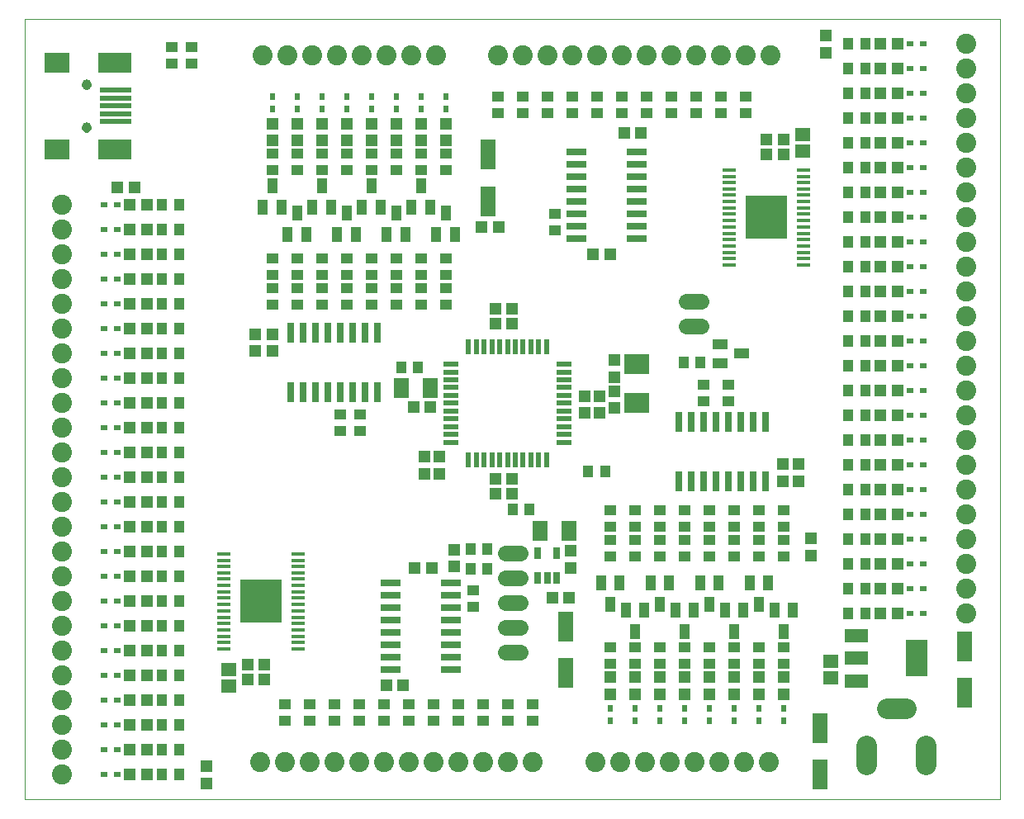
<source format=gts>
G75*
G70*
%OFA0B0*%
%FSLAX24Y24*%
%IPPOS*%
%LPD*%
%AMOC8*
5,1,8,0,0,1.08239X$1,22.5*
%
%ADD10C,0.0000*%
%ADD11R,0.0473X0.0434*%
%ADD12R,0.0465X0.0453*%
%ADD13R,0.0237X0.0316*%
%ADD14R,0.0434X0.0591*%
%ADD15C,0.0808*%
%ADD16R,0.0300X0.0840*%
%ADD17R,0.0540X0.0160*%
%ADD18R,0.1658X0.1757*%
%ADD19R,0.0631X0.0552*%
%ADD20R,0.1024X0.0827*%
%ADD21R,0.1339X0.0827*%
%ADD22R,0.1260X0.0237*%
%ADD23C,0.0394*%
%ADD24C,0.0827*%
%ADD25R,0.0434X0.0473*%
%ADD26R,0.0453X0.0465*%
%ADD27R,0.0985X0.0827*%
%ADD28C,0.0640*%
%ADD29R,0.0257X0.0512*%
%ADD30R,0.0631X0.0827*%
%ADD31R,0.0591X0.1221*%
%ADD32R,0.0316X0.0237*%
%ADD33R,0.0840X0.0300*%
%ADD34R,0.0631X0.0237*%
%ADD35R,0.0237X0.0631*%
%ADD36R,0.0920X0.0520*%
%ADD37R,0.0906X0.1457*%
%ADD38R,0.0591X0.0434*%
D10*
X001581Y000967D02*
X001581Y032463D01*
X040951Y032463D01*
X040951Y000967D01*
X001581Y000967D01*
X003904Y028101D02*
X003906Y028127D01*
X003912Y028153D01*
X003922Y028178D01*
X003935Y028201D01*
X003951Y028221D01*
X003971Y028239D01*
X003993Y028254D01*
X004016Y028266D01*
X004042Y028274D01*
X004068Y028278D01*
X004094Y028278D01*
X004120Y028274D01*
X004146Y028266D01*
X004170Y028254D01*
X004191Y028239D01*
X004211Y028221D01*
X004227Y028201D01*
X004240Y028178D01*
X004250Y028153D01*
X004256Y028127D01*
X004258Y028101D01*
X004256Y028075D01*
X004250Y028049D01*
X004240Y028024D01*
X004227Y028001D01*
X004211Y027981D01*
X004191Y027963D01*
X004169Y027948D01*
X004146Y027936D01*
X004120Y027928D01*
X004094Y027924D01*
X004068Y027924D01*
X004042Y027928D01*
X004016Y027936D01*
X003992Y027948D01*
X003971Y027963D01*
X003951Y027981D01*
X003935Y028001D01*
X003922Y028024D01*
X003912Y028049D01*
X003906Y028075D01*
X003904Y028101D01*
X003904Y029833D02*
X003906Y029859D01*
X003912Y029885D01*
X003922Y029910D01*
X003935Y029933D01*
X003951Y029953D01*
X003971Y029971D01*
X003993Y029986D01*
X004016Y029998D01*
X004042Y030006D01*
X004068Y030010D01*
X004094Y030010D01*
X004120Y030006D01*
X004146Y029998D01*
X004170Y029986D01*
X004191Y029971D01*
X004211Y029953D01*
X004227Y029933D01*
X004240Y029910D01*
X004250Y029885D01*
X004256Y029859D01*
X004258Y029833D01*
X004256Y029807D01*
X004250Y029781D01*
X004240Y029756D01*
X004227Y029733D01*
X004211Y029713D01*
X004191Y029695D01*
X004169Y029680D01*
X004146Y029668D01*
X004120Y029660D01*
X004094Y029656D01*
X004068Y029656D01*
X004042Y029660D01*
X004016Y029668D01*
X003992Y029680D01*
X003971Y029695D01*
X003951Y029713D01*
X003935Y029733D01*
X003922Y029756D01*
X003912Y029781D01*
X003906Y029807D01*
X003904Y029833D01*
D11*
X007531Y030682D03*
X007531Y031351D03*
X008331Y031351D03*
X008331Y030682D03*
X011581Y027051D03*
X011581Y026382D03*
X012581Y026382D03*
X012581Y027051D03*
X013581Y027051D03*
X013581Y026382D03*
X014581Y026382D03*
X014581Y027051D03*
X015581Y027051D03*
X015581Y026382D03*
X016581Y026382D03*
X016581Y027051D03*
X017581Y027051D03*
X017581Y026382D03*
X018581Y026382D03*
X018581Y027051D03*
X020681Y028682D03*
X020681Y029351D03*
X021681Y029351D03*
X021681Y028682D03*
X022681Y028682D03*
X022681Y029351D03*
X023681Y029351D03*
X023681Y028682D03*
X024681Y028682D03*
X024681Y029351D03*
X025681Y029351D03*
X025681Y028682D03*
X026681Y028682D03*
X026681Y029351D03*
X027681Y029351D03*
X027681Y028682D03*
X028681Y028682D03*
X028681Y029351D03*
X029681Y029351D03*
X029681Y028682D03*
X030681Y028682D03*
X030681Y029351D03*
X022981Y024601D03*
X022981Y023932D03*
X018581Y022801D03*
X018581Y022132D03*
X018581Y021601D03*
X018581Y020932D03*
X017581Y020932D03*
X017581Y021601D03*
X017581Y022132D03*
X017581Y022801D03*
X016581Y022801D03*
X016581Y022132D03*
X016581Y021601D03*
X016581Y020932D03*
X015581Y020932D03*
X015581Y021601D03*
X015581Y022132D03*
X015581Y022801D03*
X014581Y022801D03*
X014581Y022132D03*
X014581Y021601D03*
X014581Y020932D03*
X013581Y020932D03*
X013581Y021601D03*
X013581Y022132D03*
X013581Y022801D03*
X012581Y022801D03*
X012581Y022132D03*
X012581Y021601D03*
X012581Y020932D03*
X011581Y020932D03*
X011581Y021601D03*
X011581Y022132D03*
X011581Y022801D03*
X014331Y016501D03*
X014331Y015832D03*
X015131Y015832D03*
X015131Y016501D03*
X019681Y009401D03*
X019681Y008732D03*
X020081Y004801D03*
X020081Y004132D03*
X021081Y004132D03*
X021081Y004801D03*
X022081Y004801D03*
X022081Y004132D03*
X019081Y004132D03*
X019081Y004801D03*
X018081Y004801D03*
X018081Y004132D03*
X017081Y004132D03*
X017081Y004801D03*
X016081Y004801D03*
X016081Y004132D03*
X015081Y004132D03*
X015081Y004801D03*
X014081Y004801D03*
X014081Y004132D03*
X013081Y004132D03*
X013081Y004801D03*
X012081Y004801D03*
X012081Y004132D03*
X025231Y006432D03*
X025231Y007101D03*
X026231Y007101D03*
X026231Y006432D03*
X027231Y006432D03*
X027231Y007101D03*
X028231Y007101D03*
X028231Y006432D03*
X029231Y006432D03*
X029231Y007101D03*
X030231Y007101D03*
X030231Y006432D03*
X031231Y006432D03*
X031231Y007101D03*
X032231Y007101D03*
X032231Y006432D03*
X032231Y010782D03*
X032231Y011451D03*
X032231Y011982D03*
X032231Y012651D03*
X031231Y012651D03*
X031231Y011982D03*
X031231Y011451D03*
X031231Y010782D03*
X030231Y010782D03*
X030231Y011451D03*
X030231Y011982D03*
X030231Y012651D03*
X029231Y012651D03*
X029231Y011982D03*
X029231Y011451D03*
X029231Y010782D03*
X028231Y010782D03*
X028231Y011451D03*
X028231Y011982D03*
X028231Y012651D03*
X027231Y012651D03*
X027231Y011982D03*
X027231Y011451D03*
X027231Y010782D03*
X026231Y010782D03*
X026231Y011451D03*
X026231Y011982D03*
X026231Y012651D03*
X025231Y012651D03*
X025231Y011982D03*
X025231Y011451D03*
X025231Y010782D03*
X028981Y017032D03*
X028981Y017701D03*
X029981Y017701D03*
X029981Y017032D03*
D12*
X032181Y014511D03*
X032831Y014511D03*
X032831Y013822D03*
X032181Y013822D03*
X033331Y011511D03*
X033331Y010822D03*
X032231Y005911D03*
X031231Y005911D03*
X031231Y005222D03*
X032231Y005222D03*
X030231Y005222D03*
X029231Y005222D03*
X028231Y005222D03*
X028231Y005911D03*
X029231Y005911D03*
X030231Y005911D03*
X027231Y005911D03*
X026231Y005911D03*
X025231Y005911D03*
X025231Y005222D03*
X026231Y005222D03*
X027231Y005222D03*
X023631Y010322D03*
X023631Y011011D03*
X018931Y011061D03*
X018931Y010372D03*
X018331Y014122D03*
X017731Y014122D03*
X017731Y014811D03*
X018331Y014811D03*
X024181Y016572D03*
X024781Y016572D03*
X025381Y016772D03*
X024781Y017261D03*
X025381Y017461D03*
X025381Y018022D03*
X025381Y018711D03*
X024181Y017261D03*
X011581Y019072D03*
X011581Y019761D03*
X010881Y019761D03*
X010881Y019072D03*
X011581Y027572D03*
X011581Y028261D03*
X012581Y028261D03*
X012581Y027572D03*
X013581Y027572D03*
X013581Y028261D03*
X014581Y028261D03*
X014581Y027572D03*
X015581Y027572D03*
X015581Y028261D03*
X016581Y028261D03*
X016581Y027572D03*
X017581Y027572D03*
X017581Y028261D03*
X018581Y028261D03*
X018581Y027572D03*
X033931Y031122D03*
X033931Y031811D03*
X008931Y002311D03*
X008931Y001622D03*
D13*
X025231Y004130D03*
X025231Y004642D03*
X026231Y004642D03*
X026231Y004130D03*
X027231Y004130D03*
X027231Y004642D03*
X028231Y004642D03*
X028231Y004130D03*
X029231Y004130D03*
X029231Y004642D03*
X030231Y004642D03*
X030231Y004130D03*
X031231Y004130D03*
X031231Y004642D03*
X032231Y004642D03*
X032231Y004130D03*
X018581Y028841D03*
X018581Y029353D03*
X017581Y029353D03*
X017581Y028841D03*
X016581Y028841D03*
X016581Y029353D03*
X015581Y029353D03*
X015581Y028841D03*
X014581Y028841D03*
X014581Y029353D03*
X013581Y029353D03*
X013581Y028841D03*
X012581Y028841D03*
X012581Y029353D03*
X011581Y029353D03*
X011581Y028841D03*
D14*
X011581Y025750D03*
X011955Y024884D03*
X012581Y024650D03*
X013207Y024884D03*
X013955Y024884D03*
X014581Y024650D03*
X015207Y024884D03*
X015955Y024884D03*
X016581Y024650D03*
X017207Y024884D03*
X017955Y024884D03*
X018581Y024650D03*
X018955Y023784D03*
X018207Y023784D03*
X016955Y023784D03*
X016207Y023784D03*
X014955Y023784D03*
X014207Y023784D03*
X012955Y023784D03*
X012207Y023784D03*
X011207Y024884D03*
X013581Y025750D03*
X015581Y025750D03*
X017581Y025750D03*
X024857Y009700D03*
X025605Y009700D03*
X025231Y008834D03*
X025857Y008600D03*
X026605Y008600D03*
X027231Y008834D03*
X027857Y008600D03*
X028605Y008600D03*
X029231Y008834D03*
X029857Y008600D03*
X030605Y008600D03*
X031231Y008834D03*
X031857Y008600D03*
X032605Y008600D03*
X032231Y007734D03*
X030231Y007734D03*
X028231Y007734D03*
X026231Y007734D03*
X026857Y009700D03*
X027605Y009700D03*
X028857Y009700D03*
X029605Y009700D03*
X030857Y009700D03*
X031605Y009700D03*
D15*
X039581Y009467D03*
X039581Y008467D03*
X039581Y010467D03*
X039581Y011467D03*
X039581Y012467D03*
X039581Y013467D03*
X039581Y014467D03*
X039581Y015467D03*
X039581Y016467D03*
X039581Y017467D03*
X039581Y018467D03*
X039581Y019467D03*
X039581Y020467D03*
X039581Y021467D03*
X039581Y022467D03*
X039581Y023467D03*
X039581Y024467D03*
X039581Y025467D03*
X039581Y026467D03*
X039581Y027467D03*
X039581Y028467D03*
X039581Y029467D03*
X039581Y030467D03*
X039581Y031467D03*
X031681Y031017D03*
X030681Y031017D03*
X029681Y031017D03*
X028681Y031017D03*
X027681Y031017D03*
X026681Y031017D03*
X025681Y031017D03*
X024681Y031017D03*
X023681Y031017D03*
X022681Y031017D03*
X021681Y031017D03*
X020681Y031017D03*
X018181Y031017D03*
X017181Y031017D03*
X016181Y031017D03*
X015181Y031017D03*
X014181Y031017D03*
X013181Y031017D03*
X012181Y031017D03*
X011181Y031017D03*
X003081Y024967D03*
X003081Y023967D03*
X003081Y022967D03*
X003081Y021967D03*
X003081Y020967D03*
X003081Y019967D03*
X003081Y018967D03*
X003081Y017967D03*
X003081Y016967D03*
X003081Y015967D03*
X003081Y014967D03*
X003081Y013967D03*
X003081Y012967D03*
X003081Y011967D03*
X003081Y010967D03*
X003081Y009967D03*
X003081Y008967D03*
X003081Y007967D03*
X003081Y006967D03*
X003081Y005967D03*
X003081Y004967D03*
X003081Y003967D03*
X003081Y002967D03*
X003081Y001967D03*
X011081Y002467D03*
X012081Y002467D03*
X013081Y002467D03*
X014081Y002467D03*
X015081Y002467D03*
X016081Y002467D03*
X017081Y002467D03*
X018081Y002467D03*
X019081Y002467D03*
X020081Y002467D03*
X021081Y002467D03*
X022081Y002467D03*
X024631Y002467D03*
X025631Y002467D03*
X026631Y002467D03*
X027631Y002467D03*
X028631Y002467D03*
X029631Y002467D03*
X030631Y002467D03*
X031631Y002467D03*
D16*
X031481Y013807D03*
X030981Y013807D03*
X030481Y013807D03*
X029981Y013807D03*
X029481Y013807D03*
X028981Y013807D03*
X028481Y013807D03*
X027981Y013807D03*
X027981Y016227D03*
X028481Y016227D03*
X028981Y016227D03*
X029481Y016227D03*
X029981Y016227D03*
X030481Y016227D03*
X030981Y016227D03*
X031481Y016227D03*
X015831Y017407D03*
X015331Y017407D03*
X014831Y017407D03*
X014331Y017407D03*
X013831Y017407D03*
X013331Y017407D03*
X012831Y017407D03*
X012331Y017407D03*
X012331Y019827D03*
X012831Y019827D03*
X013331Y019827D03*
X013831Y019827D03*
X014331Y019827D03*
X014831Y019827D03*
X015331Y019827D03*
X015831Y019827D03*
D17*
X012631Y010887D03*
X012631Y010627D03*
X012631Y010377D03*
X012631Y010117D03*
X012631Y009867D03*
X012631Y009607D03*
X012631Y009347D03*
X012631Y009097D03*
X012631Y008837D03*
X012631Y008587D03*
X012631Y008327D03*
X012631Y008067D03*
X012631Y007817D03*
X012631Y007557D03*
X012631Y007307D03*
X012631Y007047D03*
X009631Y007047D03*
X009631Y007307D03*
X009631Y007557D03*
X009631Y007817D03*
X009631Y008067D03*
X009631Y008327D03*
X009631Y008587D03*
X009631Y008837D03*
X009631Y009097D03*
X009631Y009347D03*
X009631Y009607D03*
X009631Y009867D03*
X009631Y010117D03*
X009631Y010377D03*
X009631Y010627D03*
X009631Y010887D03*
X030031Y022547D03*
X030031Y022807D03*
X030031Y023057D03*
X030031Y023317D03*
X030031Y023567D03*
X030031Y023827D03*
X030031Y024087D03*
X030031Y024337D03*
X030031Y024597D03*
X030031Y024847D03*
X030031Y025107D03*
X030031Y025367D03*
X030031Y025617D03*
X030031Y025877D03*
X030031Y026127D03*
X030031Y026387D03*
X033031Y026387D03*
X033031Y026127D03*
X033031Y025877D03*
X033031Y025617D03*
X033031Y025367D03*
X033031Y025107D03*
X033031Y024847D03*
X033031Y024597D03*
X033031Y024337D03*
X033031Y024087D03*
X033031Y023827D03*
X033031Y023567D03*
X033031Y023317D03*
X033031Y023057D03*
X033031Y022807D03*
X033031Y022547D03*
D18*
X031531Y024467D03*
X011131Y008967D03*
D19*
X009831Y006201D03*
X009831Y005532D03*
X034131Y005882D03*
X034131Y006551D03*
X032981Y027132D03*
X032981Y027801D03*
D20*
X002900Y027215D03*
X002900Y030719D03*
D21*
X005223Y030719D03*
X005223Y027215D03*
D22*
X005262Y028337D03*
X005262Y028652D03*
X005262Y028967D03*
X005262Y029282D03*
X005262Y029597D03*
D23*
X004081Y029833D03*
X004081Y028101D03*
D24*
X036387Y004656D02*
X037175Y004656D01*
X037962Y003160D02*
X037962Y002373D01*
X035561Y002373D02*
X035561Y003160D01*
D25*
X035516Y008467D03*
X034846Y008467D03*
X034846Y009467D03*
X035516Y009467D03*
X035516Y010467D03*
X034846Y010467D03*
X034846Y011467D03*
X035516Y011467D03*
X035516Y012467D03*
X034846Y012467D03*
X034846Y013467D03*
X035516Y013467D03*
X035516Y014467D03*
X034846Y014467D03*
X034846Y015467D03*
X035516Y015467D03*
X035516Y016467D03*
X034846Y016467D03*
X034846Y017467D03*
X035516Y017467D03*
X035516Y018467D03*
X034846Y018467D03*
X034846Y019467D03*
X035516Y019467D03*
X035516Y020467D03*
X034846Y020467D03*
X034846Y021467D03*
X035516Y021467D03*
X035516Y022467D03*
X034846Y022467D03*
X034846Y023467D03*
X035516Y023467D03*
X035516Y024467D03*
X034846Y024467D03*
X034846Y025467D03*
X035516Y025467D03*
X035516Y026467D03*
X034846Y026467D03*
X034846Y027467D03*
X035516Y027467D03*
X035516Y028467D03*
X034846Y028467D03*
X034846Y029467D03*
X035516Y029467D03*
X035516Y030467D03*
X034846Y030467D03*
X034846Y031467D03*
X035516Y031467D03*
X028866Y018617D03*
X028196Y018617D03*
X025016Y014217D03*
X024346Y014217D03*
X021966Y012667D03*
X021296Y012667D03*
X020266Y011067D03*
X019596Y011067D03*
X019596Y010267D03*
X020266Y010267D03*
X017466Y018417D03*
X016796Y018417D03*
X007816Y017967D03*
X007146Y017967D03*
X007146Y018967D03*
X007816Y018967D03*
X007816Y019967D03*
X007146Y019967D03*
X007146Y020967D03*
X007816Y020967D03*
X007816Y021967D03*
X007146Y021967D03*
X007146Y022967D03*
X007816Y022967D03*
X007816Y023967D03*
X007146Y023967D03*
X007146Y024967D03*
X007816Y024967D03*
X007816Y016967D03*
X007146Y016967D03*
X007146Y015967D03*
X007816Y015967D03*
X007816Y014967D03*
X007146Y014967D03*
X007146Y013967D03*
X007816Y013967D03*
X007816Y012967D03*
X007146Y012967D03*
X007146Y011967D03*
X007816Y011967D03*
X007816Y010967D03*
X007146Y010967D03*
X007146Y009967D03*
X007816Y009967D03*
X007816Y008967D03*
X007146Y008967D03*
X007146Y007967D03*
X007816Y007967D03*
X007816Y006967D03*
X007146Y006967D03*
X007146Y005967D03*
X007816Y005967D03*
X007816Y004967D03*
X007146Y004967D03*
X007146Y003967D03*
X007816Y003967D03*
X007816Y002967D03*
X007146Y002967D03*
X007146Y001967D03*
X007816Y001967D03*
D26*
X006525Y001967D03*
X005837Y001967D03*
X005837Y002967D03*
X006525Y002967D03*
X006525Y003967D03*
X005837Y003967D03*
X005837Y004967D03*
X006525Y004967D03*
X006525Y005967D03*
X005837Y005967D03*
X005837Y006967D03*
X006525Y006967D03*
X006525Y007967D03*
X005837Y007967D03*
X005837Y008967D03*
X006525Y008967D03*
X006525Y009967D03*
X005837Y009967D03*
X005837Y010967D03*
X006525Y010967D03*
X006525Y011967D03*
X005837Y011967D03*
X005837Y012967D03*
X006525Y012967D03*
X006525Y013967D03*
X005837Y013967D03*
X005837Y014967D03*
X006525Y014967D03*
X006525Y015967D03*
X005837Y015967D03*
X005837Y016967D03*
X006525Y016967D03*
X006525Y017967D03*
X005837Y017967D03*
X005837Y018967D03*
X006525Y018967D03*
X006525Y019967D03*
X005837Y019967D03*
X005837Y020967D03*
X006525Y020967D03*
X006525Y021967D03*
X005837Y021967D03*
X005837Y022967D03*
X006525Y022967D03*
X006525Y023967D03*
X005837Y023967D03*
X005837Y024967D03*
X006525Y024967D03*
X006025Y025667D03*
X005337Y025667D03*
X017287Y016817D03*
X017975Y016817D03*
X020587Y013917D03*
X021275Y013917D03*
X021275Y013317D03*
X020587Y013317D03*
X018025Y010317D03*
X017337Y010317D03*
X022887Y009117D03*
X023575Y009117D03*
X016875Y005567D03*
X016187Y005567D03*
X011275Y005817D03*
X011275Y006417D03*
X010587Y006417D03*
X010587Y005817D03*
X020587Y020167D03*
X021275Y020167D03*
X021275Y020767D03*
X020587Y020767D03*
X024537Y022967D03*
X025225Y022967D03*
X020725Y024067D03*
X020037Y024067D03*
X025787Y027867D03*
X026475Y027867D03*
X031537Y027617D03*
X031537Y027017D03*
X032225Y027017D03*
X032225Y027617D03*
X036137Y027467D03*
X036825Y027467D03*
X036825Y028467D03*
X036137Y028467D03*
X036137Y029467D03*
X036825Y029467D03*
X036825Y030467D03*
X036137Y030467D03*
X036137Y031467D03*
X036825Y031467D03*
X036825Y026467D03*
X036137Y026467D03*
X036137Y025467D03*
X036825Y025467D03*
X036825Y024467D03*
X036137Y024467D03*
X036137Y023467D03*
X036825Y023467D03*
X036825Y022467D03*
X036137Y022467D03*
X036137Y021467D03*
X036825Y021467D03*
X036825Y020467D03*
X036137Y020467D03*
X036137Y019467D03*
X036825Y019467D03*
X036825Y018467D03*
X036137Y018467D03*
X036137Y017467D03*
X036825Y017467D03*
X036825Y016467D03*
X036137Y016467D03*
X036137Y015467D03*
X036825Y015467D03*
X036825Y014467D03*
X036137Y014467D03*
X036137Y013467D03*
X036825Y013467D03*
X036825Y012467D03*
X036137Y012467D03*
X036137Y011467D03*
X036825Y011467D03*
X036825Y010467D03*
X036137Y010467D03*
X036137Y009467D03*
X036825Y009467D03*
X036825Y008467D03*
X036137Y008467D03*
D27*
X026281Y016979D03*
X026281Y018554D03*
D28*
X028281Y020067D02*
X028881Y020067D01*
X028881Y021067D02*
X028281Y021067D01*
X021581Y010917D02*
X020981Y010917D01*
X020981Y009917D02*
X021581Y009917D01*
X021581Y008917D02*
X020981Y008917D01*
X020981Y007917D02*
X021581Y007917D01*
X021581Y006917D02*
X020981Y006917D01*
D29*
X022307Y009905D03*
X022681Y009905D03*
X023055Y009905D03*
X023055Y010928D03*
X022307Y010928D03*
D30*
X022390Y011817D03*
X023572Y011817D03*
X017972Y017567D03*
X016790Y017567D03*
D31*
X020281Y025122D03*
X020281Y027012D03*
X023431Y007962D03*
X023431Y006072D03*
X033681Y003862D03*
X033681Y001972D03*
X039531Y005272D03*
X039531Y007162D03*
D32*
X037857Y008467D03*
X037345Y008467D03*
X037345Y009467D03*
X037857Y009467D03*
X037857Y010467D03*
X037345Y010467D03*
X037345Y011467D03*
X037857Y011467D03*
X037857Y012467D03*
X037345Y012467D03*
X037345Y013467D03*
X037857Y013467D03*
X037857Y014467D03*
X037345Y014467D03*
X037345Y015467D03*
X037857Y015467D03*
X037857Y016467D03*
X037345Y016467D03*
X037345Y017467D03*
X037857Y017467D03*
X037857Y018467D03*
X037345Y018467D03*
X037345Y019467D03*
X037857Y019467D03*
X037857Y020467D03*
X037345Y020467D03*
X037345Y021467D03*
X037857Y021467D03*
X037857Y022467D03*
X037345Y022467D03*
X037345Y023467D03*
X037857Y023467D03*
X037857Y024467D03*
X037345Y024467D03*
X037345Y025467D03*
X037857Y025467D03*
X037857Y026467D03*
X037345Y026467D03*
X037345Y027467D03*
X037857Y027467D03*
X037857Y028467D03*
X037345Y028467D03*
X037345Y029467D03*
X037857Y029467D03*
X037857Y030467D03*
X037345Y030467D03*
X037345Y031467D03*
X037857Y031467D03*
X005317Y024967D03*
X004805Y024967D03*
X004805Y023967D03*
X005317Y023967D03*
X005317Y022967D03*
X004805Y022967D03*
X004805Y021967D03*
X005317Y021967D03*
X005317Y020967D03*
X004805Y020967D03*
X004805Y019967D03*
X005317Y019967D03*
X005317Y018967D03*
X004805Y018967D03*
X004805Y017967D03*
X005317Y017967D03*
X005317Y016967D03*
X004805Y016967D03*
X004805Y015967D03*
X005317Y015967D03*
X005317Y014967D03*
X004805Y014967D03*
X004805Y013967D03*
X005317Y013967D03*
X005317Y012967D03*
X004805Y012967D03*
X004805Y011967D03*
X005317Y011967D03*
X005317Y010967D03*
X004805Y010967D03*
X004805Y009967D03*
X005317Y009967D03*
X005317Y008967D03*
X004805Y008967D03*
X004805Y007967D03*
X005317Y007967D03*
X005317Y006967D03*
X004805Y006967D03*
X004805Y005967D03*
X005317Y005967D03*
X005317Y004967D03*
X004805Y004967D03*
X004805Y003967D03*
X005317Y003967D03*
X005317Y002967D03*
X004805Y002967D03*
X004805Y001967D03*
X005317Y001967D03*
D33*
X016371Y006217D03*
X016371Y006717D03*
X016371Y007217D03*
X016371Y007717D03*
X016371Y008217D03*
X016371Y008717D03*
X016371Y009217D03*
X016371Y009717D03*
X018791Y009717D03*
X018791Y009217D03*
X018791Y008717D03*
X018791Y008217D03*
X018791Y007717D03*
X018791Y007217D03*
X018791Y006717D03*
X018791Y006217D03*
X023871Y023617D03*
X023871Y024117D03*
X023871Y024617D03*
X023871Y025117D03*
X023871Y025617D03*
X023871Y026117D03*
X023871Y026617D03*
X023871Y027117D03*
X026291Y027117D03*
X026291Y026617D03*
X026291Y026117D03*
X026291Y025617D03*
X026291Y025117D03*
X026291Y024617D03*
X026291Y024117D03*
X026291Y023617D03*
D34*
X023364Y018541D03*
X023364Y018227D03*
X023364Y017912D03*
X023364Y017597D03*
X023364Y017282D03*
X023364Y016967D03*
X023364Y016652D03*
X023364Y016337D03*
X023364Y016022D03*
X023364Y015707D03*
X023364Y015392D03*
X018798Y015392D03*
X018798Y015707D03*
X018798Y016022D03*
X018798Y016337D03*
X018798Y016652D03*
X018798Y016967D03*
X018798Y017282D03*
X018798Y017597D03*
X018798Y017912D03*
X018798Y018227D03*
X018798Y018541D03*
D35*
X019506Y019250D03*
X019821Y019250D03*
X020136Y019250D03*
X020451Y019250D03*
X020766Y019250D03*
X021081Y019250D03*
X021396Y019250D03*
X021711Y019250D03*
X022026Y019250D03*
X022341Y019250D03*
X022656Y019250D03*
X022656Y014683D03*
X022341Y014683D03*
X022026Y014683D03*
X021711Y014683D03*
X021396Y014683D03*
X021081Y014683D03*
X020766Y014683D03*
X020451Y014683D03*
X020136Y014683D03*
X019821Y014683D03*
X019506Y014683D03*
D36*
X035161Y007577D03*
X035161Y006667D03*
X035161Y005757D03*
D37*
X037601Y006667D03*
D38*
X029648Y018593D03*
X030514Y018967D03*
X029648Y019341D03*
M02*

</source>
